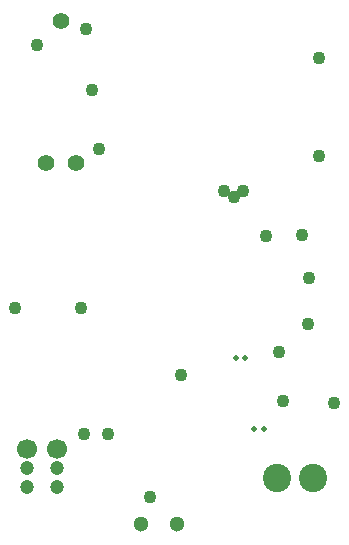
<source format=gbs>
%TF.GenerationSoftware,KiCad,Pcbnew,4.0.1-stable*%
%TF.CreationDate,2016-06-24T18:37:57+01:00*%
%TF.ProjectId,StrokeRehabilitation,5374726F6B655265686162696C697461,rev?*%
%TF.FileFunction,Soldermask,Bot*%
%FSLAX46Y46*%
G04 Gerber Fmt 4.6, Leading zero omitted, Abs format (unit mm)*
G04 Created by KiCad (PCBNEW 4.0.1-stable) date 24/06/2016 18:37:57*
%MOMM*%
G01*
G04 APERTURE LIST*
%ADD10C,0.100000*%
%ADD11C,1.300000*%
%ADD12C,1.400000*%
%ADD13C,2.400000*%
%ADD14C,0.500000*%
%ADD15C,1.200000*%
%ADD16C,1.700000*%
%ADD17C,1.085800*%
G04 APERTURE END LIST*
D10*
D11*
X12100000Y1300000D03*
X15100000Y1300000D03*
D12*
X4030000Y31900000D03*
X6570000Y31900000D03*
X5300000Y43900000D03*
D13*
X23637600Y5181600D03*
X26637600Y5181600D03*
D14*
X22539600Y9398000D03*
X21639600Y9398000D03*
X20109720Y15402560D03*
X20909720Y15402560D03*
D15*
X2460000Y6050000D03*
D16*
X2460000Y7650000D03*
D15*
X2460000Y4450000D03*
X5000000Y4450000D03*
X5000000Y6050000D03*
D16*
X5000000Y7650000D03*
D17*
X25750000Y25799994D03*
X1400000Y19600000D03*
X15500000Y13950000D03*
X27200000Y40750000D03*
X27200000Y32500000D03*
X8500000Y33120000D03*
X7450000Y43250000D03*
X26278600Y22148800D03*
X12894800Y3606800D03*
X19150000Y29550000D03*
X7000000Y19600000D03*
X22700004Y25750000D03*
X26204400Y18289500D03*
X23816800Y15900400D03*
X24121600Y11734800D03*
X28439600Y11582400D03*
X7250000Y8950000D03*
X19950000Y29000000D03*
X20750000Y29550000D03*
X9300000Y8950000D03*
X3300000Y41900000D03*
X7950000Y38050000D03*
M02*

</source>
